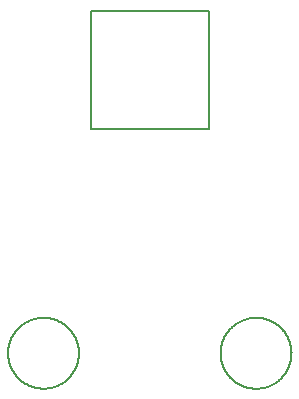
<source format=gbr>
G04 EAGLE Gerber X2 export*
%TF.Part,Single*%
%TF.FileFunction,Legend,Top,1*%
%TF.FilePolarity,Positive*%
%TF.GenerationSoftware,Autodesk,EAGLE,9.0.1*%
%TF.CreationDate,2018-10-12T14:53:16Z*%
G75*
%MOMM*%
%FSLAX34Y34*%
%LPD*%
%AMOC8*
5,1,8,0,0,1.08239X$1,22.5*%
G01*
%ADD10C,0.152400*%


D10*
X50000Y160000D02*
X50000Y60000D01*
X-50000Y60000D01*
X-50000Y160000D01*
X50000Y160000D01*
X-120000Y-130000D02*
X-119991Y-129264D01*
X-119964Y-128528D01*
X-119919Y-127793D01*
X-119856Y-127059D01*
X-119774Y-126328D01*
X-119675Y-125598D01*
X-119558Y-124871D01*
X-119424Y-124147D01*
X-119271Y-123427D01*
X-119101Y-122711D01*
X-118913Y-121999D01*
X-118708Y-121291D01*
X-118486Y-120590D01*
X-118246Y-119893D01*
X-117990Y-119203D01*
X-117716Y-118519D01*
X-117426Y-117843D01*
X-117120Y-117173D01*
X-116797Y-116512D01*
X-116458Y-115858D01*
X-116103Y-115213D01*
X-115732Y-114577D01*
X-115346Y-113950D01*
X-114944Y-113333D01*
X-114528Y-112726D01*
X-114096Y-112129D01*
X-113650Y-111543D01*
X-113190Y-110968D01*
X-112716Y-110405D01*
X-112229Y-109853D01*
X-111727Y-109314D01*
X-111213Y-108787D01*
X-110686Y-108273D01*
X-110147Y-107771D01*
X-109595Y-107284D01*
X-109032Y-106810D01*
X-108457Y-106350D01*
X-107871Y-105904D01*
X-107274Y-105472D01*
X-106667Y-105056D01*
X-106050Y-104654D01*
X-105423Y-104268D01*
X-104787Y-103897D01*
X-104142Y-103542D01*
X-103488Y-103203D01*
X-102827Y-102880D01*
X-102157Y-102574D01*
X-101481Y-102284D01*
X-100797Y-102010D01*
X-100107Y-101754D01*
X-99410Y-101514D01*
X-98709Y-101292D01*
X-98001Y-101087D01*
X-97289Y-100899D01*
X-96573Y-100729D01*
X-95853Y-100576D01*
X-95129Y-100442D01*
X-94402Y-100325D01*
X-93672Y-100226D01*
X-92941Y-100144D01*
X-92207Y-100081D01*
X-91472Y-100036D01*
X-90736Y-100009D01*
X-90000Y-100000D01*
X-89264Y-100009D01*
X-88528Y-100036D01*
X-87793Y-100081D01*
X-87059Y-100144D01*
X-86328Y-100226D01*
X-85598Y-100325D01*
X-84871Y-100442D01*
X-84147Y-100576D01*
X-83427Y-100729D01*
X-82711Y-100899D01*
X-81999Y-101087D01*
X-81291Y-101292D01*
X-80590Y-101514D01*
X-79893Y-101754D01*
X-79203Y-102010D01*
X-78519Y-102284D01*
X-77843Y-102574D01*
X-77173Y-102880D01*
X-76512Y-103203D01*
X-75858Y-103542D01*
X-75213Y-103897D01*
X-74577Y-104268D01*
X-73950Y-104654D01*
X-73333Y-105056D01*
X-72726Y-105472D01*
X-72129Y-105904D01*
X-71543Y-106350D01*
X-70968Y-106810D01*
X-70405Y-107284D01*
X-69853Y-107771D01*
X-69314Y-108273D01*
X-68787Y-108787D01*
X-68273Y-109314D01*
X-67771Y-109853D01*
X-67284Y-110405D01*
X-66810Y-110968D01*
X-66350Y-111543D01*
X-65904Y-112129D01*
X-65472Y-112726D01*
X-65056Y-113333D01*
X-64654Y-113950D01*
X-64268Y-114577D01*
X-63897Y-115213D01*
X-63542Y-115858D01*
X-63203Y-116512D01*
X-62880Y-117173D01*
X-62574Y-117843D01*
X-62284Y-118519D01*
X-62010Y-119203D01*
X-61754Y-119893D01*
X-61514Y-120590D01*
X-61292Y-121291D01*
X-61087Y-121999D01*
X-60899Y-122711D01*
X-60729Y-123427D01*
X-60576Y-124147D01*
X-60442Y-124871D01*
X-60325Y-125598D01*
X-60226Y-126328D01*
X-60144Y-127059D01*
X-60081Y-127793D01*
X-60036Y-128528D01*
X-60009Y-129264D01*
X-60000Y-130000D01*
X-60009Y-130736D01*
X-60036Y-131472D01*
X-60081Y-132207D01*
X-60144Y-132941D01*
X-60226Y-133672D01*
X-60325Y-134402D01*
X-60442Y-135129D01*
X-60576Y-135853D01*
X-60729Y-136573D01*
X-60899Y-137289D01*
X-61087Y-138001D01*
X-61292Y-138709D01*
X-61514Y-139410D01*
X-61754Y-140107D01*
X-62010Y-140797D01*
X-62284Y-141481D01*
X-62574Y-142157D01*
X-62880Y-142827D01*
X-63203Y-143488D01*
X-63542Y-144142D01*
X-63897Y-144787D01*
X-64268Y-145423D01*
X-64654Y-146050D01*
X-65056Y-146667D01*
X-65472Y-147274D01*
X-65904Y-147871D01*
X-66350Y-148457D01*
X-66810Y-149032D01*
X-67284Y-149595D01*
X-67771Y-150147D01*
X-68273Y-150686D01*
X-68787Y-151213D01*
X-69314Y-151727D01*
X-69853Y-152229D01*
X-70405Y-152716D01*
X-70968Y-153190D01*
X-71543Y-153650D01*
X-72129Y-154096D01*
X-72726Y-154528D01*
X-73333Y-154944D01*
X-73950Y-155346D01*
X-74577Y-155732D01*
X-75213Y-156103D01*
X-75858Y-156458D01*
X-76512Y-156797D01*
X-77173Y-157120D01*
X-77843Y-157426D01*
X-78519Y-157716D01*
X-79203Y-157990D01*
X-79893Y-158246D01*
X-80590Y-158486D01*
X-81291Y-158708D01*
X-81999Y-158913D01*
X-82711Y-159101D01*
X-83427Y-159271D01*
X-84147Y-159424D01*
X-84871Y-159558D01*
X-85598Y-159675D01*
X-86328Y-159774D01*
X-87059Y-159856D01*
X-87793Y-159919D01*
X-88528Y-159964D01*
X-89264Y-159991D01*
X-90000Y-160000D01*
X-90736Y-159991D01*
X-91472Y-159964D01*
X-92207Y-159919D01*
X-92941Y-159856D01*
X-93672Y-159774D01*
X-94402Y-159675D01*
X-95129Y-159558D01*
X-95853Y-159424D01*
X-96573Y-159271D01*
X-97289Y-159101D01*
X-98001Y-158913D01*
X-98709Y-158708D01*
X-99410Y-158486D01*
X-100107Y-158246D01*
X-100797Y-157990D01*
X-101481Y-157716D01*
X-102157Y-157426D01*
X-102827Y-157120D01*
X-103488Y-156797D01*
X-104142Y-156458D01*
X-104787Y-156103D01*
X-105423Y-155732D01*
X-106050Y-155346D01*
X-106667Y-154944D01*
X-107274Y-154528D01*
X-107871Y-154096D01*
X-108457Y-153650D01*
X-109032Y-153190D01*
X-109595Y-152716D01*
X-110147Y-152229D01*
X-110686Y-151727D01*
X-111213Y-151213D01*
X-111727Y-150686D01*
X-112229Y-150147D01*
X-112716Y-149595D01*
X-113190Y-149032D01*
X-113650Y-148457D01*
X-114096Y-147871D01*
X-114528Y-147274D01*
X-114944Y-146667D01*
X-115346Y-146050D01*
X-115732Y-145423D01*
X-116103Y-144787D01*
X-116458Y-144142D01*
X-116797Y-143488D01*
X-117120Y-142827D01*
X-117426Y-142157D01*
X-117716Y-141481D01*
X-117990Y-140797D01*
X-118246Y-140107D01*
X-118486Y-139410D01*
X-118708Y-138709D01*
X-118913Y-138001D01*
X-119101Y-137289D01*
X-119271Y-136573D01*
X-119424Y-135853D01*
X-119558Y-135129D01*
X-119675Y-134402D01*
X-119774Y-133672D01*
X-119856Y-132941D01*
X-119919Y-132207D01*
X-119964Y-131472D01*
X-119991Y-130736D01*
X-120000Y-130000D01*
X60000Y-130000D02*
X60009Y-129264D01*
X60036Y-128528D01*
X60081Y-127793D01*
X60144Y-127059D01*
X60226Y-126328D01*
X60325Y-125598D01*
X60442Y-124871D01*
X60576Y-124147D01*
X60729Y-123427D01*
X60899Y-122711D01*
X61087Y-121999D01*
X61292Y-121291D01*
X61514Y-120590D01*
X61754Y-119893D01*
X62010Y-119203D01*
X62284Y-118519D01*
X62574Y-117843D01*
X62880Y-117173D01*
X63203Y-116512D01*
X63542Y-115858D01*
X63897Y-115213D01*
X64268Y-114577D01*
X64654Y-113950D01*
X65056Y-113333D01*
X65472Y-112726D01*
X65904Y-112129D01*
X66350Y-111543D01*
X66810Y-110968D01*
X67284Y-110405D01*
X67771Y-109853D01*
X68273Y-109314D01*
X68787Y-108787D01*
X69314Y-108273D01*
X69853Y-107771D01*
X70405Y-107284D01*
X70968Y-106810D01*
X71543Y-106350D01*
X72129Y-105904D01*
X72726Y-105472D01*
X73333Y-105056D01*
X73950Y-104654D01*
X74577Y-104268D01*
X75213Y-103897D01*
X75858Y-103542D01*
X76512Y-103203D01*
X77173Y-102880D01*
X77843Y-102574D01*
X78519Y-102284D01*
X79203Y-102010D01*
X79893Y-101754D01*
X80590Y-101514D01*
X81291Y-101292D01*
X81999Y-101087D01*
X82711Y-100899D01*
X83427Y-100729D01*
X84147Y-100576D01*
X84871Y-100442D01*
X85598Y-100325D01*
X86328Y-100226D01*
X87059Y-100144D01*
X87793Y-100081D01*
X88528Y-100036D01*
X89264Y-100009D01*
X90000Y-100000D01*
X90736Y-100009D01*
X91472Y-100036D01*
X92207Y-100081D01*
X92941Y-100144D01*
X93672Y-100226D01*
X94402Y-100325D01*
X95129Y-100442D01*
X95853Y-100576D01*
X96573Y-100729D01*
X97289Y-100899D01*
X98001Y-101087D01*
X98709Y-101292D01*
X99410Y-101514D01*
X100107Y-101754D01*
X100797Y-102010D01*
X101481Y-102284D01*
X102157Y-102574D01*
X102827Y-102880D01*
X103488Y-103203D01*
X104142Y-103542D01*
X104787Y-103897D01*
X105423Y-104268D01*
X106050Y-104654D01*
X106667Y-105056D01*
X107274Y-105472D01*
X107871Y-105904D01*
X108457Y-106350D01*
X109032Y-106810D01*
X109595Y-107284D01*
X110147Y-107771D01*
X110686Y-108273D01*
X111213Y-108787D01*
X111727Y-109314D01*
X112229Y-109853D01*
X112716Y-110405D01*
X113190Y-110968D01*
X113650Y-111543D01*
X114096Y-112129D01*
X114528Y-112726D01*
X114944Y-113333D01*
X115346Y-113950D01*
X115732Y-114577D01*
X116103Y-115213D01*
X116458Y-115858D01*
X116797Y-116512D01*
X117120Y-117173D01*
X117426Y-117843D01*
X117716Y-118519D01*
X117990Y-119203D01*
X118246Y-119893D01*
X118486Y-120590D01*
X118708Y-121291D01*
X118913Y-121999D01*
X119101Y-122711D01*
X119271Y-123427D01*
X119424Y-124147D01*
X119558Y-124871D01*
X119675Y-125598D01*
X119774Y-126328D01*
X119856Y-127059D01*
X119919Y-127793D01*
X119964Y-128528D01*
X119991Y-129264D01*
X120000Y-130000D01*
X119991Y-130736D01*
X119964Y-131472D01*
X119919Y-132207D01*
X119856Y-132941D01*
X119774Y-133672D01*
X119675Y-134402D01*
X119558Y-135129D01*
X119424Y-135853D01*
X119271Y-136573D01*
X119101Y-137289D01*
X118913Y-138001D01*
X118708Y-138709D01*
X118486Y-139410D01*
X118246Y-140107D01*
X117990Y-140797D01*
X117716Y-141481D01*
X117426Y-142157D01*
X117120Y-142827D01*
X116797Y-143488D01*
X116458Y-144142D01*
X116103Y-144787D01*
X115732Y-145423D01*
X115346Y-146050D01*
X114944Y-146667D01*
X114528Y-147274D01*
X114096Y-147871D01*
X113650Y-148457D01*
X113190Y-149032D01*
X112716Y-149595D01*
X112229Y-150147D01*
X111727Y-150686D01*
X111213Y-151213D01*
X110686Y-151727D01*
X110147Y-152229D01*
X109595Y-152716D01*
X109032Y-153190D01*
X108457Y-153650D01*
X107871Y-154096D01*
X107274Y-154528D01*
X106667Y-154944D01*
X106050Y-155346D01*
X105423Y-155732D01*
X104787Y-156103D01*
X104142Y-156458D01*
X103488Y-156797D01*
X102827Y-157120D01*
X102157Y-157426D01*
X101481Y-157716D01*
X100797Y-157990D01*
X100107Y-158246D01*
X99410Y-158486D01*
X98709Y-158708D01*
X98001Y-158913D01*
X97289Y-159101D01*
X96573Y-159271D01*
X95853Y-159424D01*
X95129Y-159558D01*
X94402Y-159675D01*
X93672Y-159774D01*
X92941Y-159856D01*
X92207Y-159919D01*
X91472Y-159964D01*
X90736Y-159991D01*
X90000Y-160000D01*
X89264Y-159991D01*
X88528Y-159964D01*
X87793Y-159919D01*
X87059Y-159856D01*
X86328Y-159774D01*
X85598Y-159675D01*
X84871Y-159558D01*
X84147Y-159424D01*
X83427Y-159271D01*
X82711Y-159101D01*
X81999Y-158913D01*
X81291Y-158708D01*
X80590Y-158486D01*
X79893Y-158246D01*
X79203Y-157990D01*
X78519Y-157716D01*
X77843Y-157426D01*
X77173Y-157120D01*
X76512Y-156797D01*
X75858Y-156458D01*
X75213Y-156103D01*
X74577Y-155732D01*
X73950Y-155346D01*
X73333Y-154944D01*
X72726Y-154528D01*
X72129Y-154096D01*
X71543Y-153650D01*
X70968Y-153190D01*
X70405Y-152716D01*
X69853Y-152229D01*
X69314Y-151727D01*
X68787Y-151213D01*
X68273Y-150686D01*
X67771Y-150147D01*
X67284Y-149595D01*
X66810Y-149032D01*
X66350Y-148457D01*
X65904Y-147871D01*
X65472Y-147274D01*
X65056Y-146667D01*
X64654Y-146050D01*
X64268Y-145423D01*
X63897Y-144787D01*
X63542Y-144142D01*
X63203Y-143488D01*
X62880Y-142827D01*
X62574Y-142157D01*
X62284Y-141481D01*
X62010Y-140797D01*
X61754Y-140107D01*
X61514Y-139410D01*
X61292Y-138709D01*
X61087Y-138001D01*
X60899Y-137289D01*
X60729Y-136573D01*
X60576Y-135853D01*
X60442Y-135129D01*
X60325Y-134402D01*
X60226Y-133672D01*
X60144Y-132941D01*
X60081Y-132207D01*
X60036Y-131472D01*
X60009Y-130736D01*
X60000Y-130000D01*
M02*

</source>
